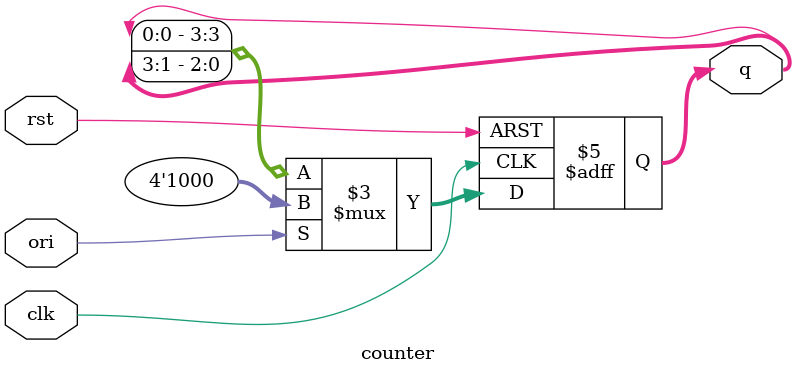
<source format=v>
module counter(
input clk,rst,ori,
output reg [3:0]q);
always @(posedge clk or posedge rst)
begin
if(rst)
q<=4'b0000;
else if(ori)
q<=4'b1000;
else
q<=({q[0],q[3:1]});
end
endmodule

</source>
